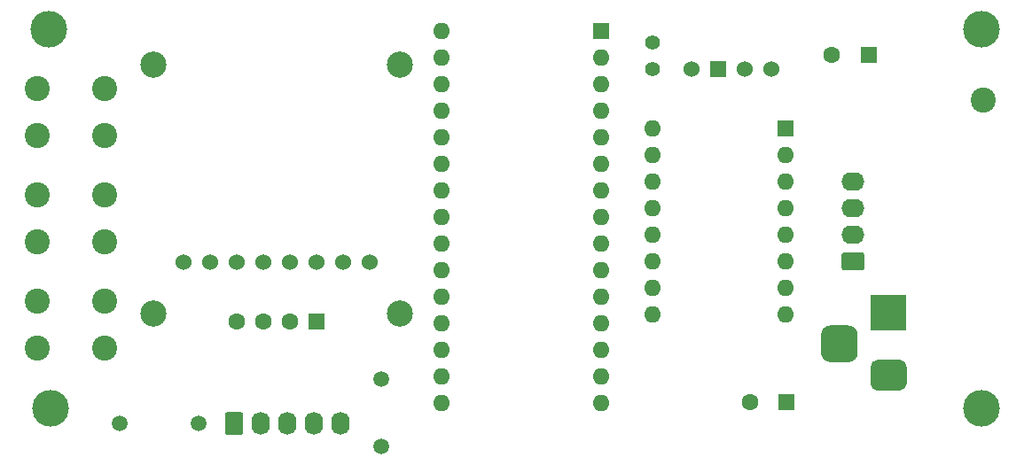
<source format=gbr>
%TF.GenerationSoftware,KiCad,Pcbnew,(5.1.10)-1*%
%TF.CreationDate,2021-10-25T17:57:51-04:00*%
%TF.ProjectId,KittyCaddy,4b697474-7943-4616-9464-792e6b696361,rev?*%
%TF.SameCoordinates,Original*%
%TF.FileFunction,Soldermask,Top*%
%TF.FilePolarity,Negative*%
%FSLAX46Y46*%
G04 Gerber Fmt 4.6, Leading zero omitted, Abs format (unit mm)*
G04 Created by KiCad (PCBNEW (5.1.10)-1) date 2021-10-25 17:57:51*
%MOMM*%
%LPD*%
G01*
G04 APERTURE LIST*
%ADD10C,2.500000*%
%ADD11C,1.600000*%
%ADD12R,1.600000X1.600000*%
%ADD13C,1.500000*%
%ADD14C,3.500000*%
%ADD15R,3.500000X3.500000*%
%ADD16O,1.600000X1.600000*%
%ADD17C,1.524000*%
%ADD18R,1.524000X1.524000*%
%ADD19O,1.740000X2.190000*%
%ADD20O,2.190000X1.740000*%
%ADD21C,2.400000*%
%ADD22C,1.416000*%
G04 APERTURE END LIST*
D10*
%TO.C,U4*%
X100518000Y-90837000D03*
X124018000Y-90837000D03*
X124018000Y-114637000D03*
X100518000Y-114638000D03*
D11*
X108458000Y-115443000D03*
D12*
X116078000Y-115443000D03*
D11*
X113538000Y-115443000D03*
X110998000Y-115443000D03*
%TD*%
D13*
%TO.C,R1*%
X122212100Y-120930200D03*
X122212100Y-127330200D03*
%TD*%
D14*
%TO.C,REF\u002A\u002A*%
X179578000Y-123698000D03*
%TD*%
%TO.C,REF\u002A\u002A*%
X179578000Y-87503000D03*
%TD*%
%TO.C,REF\u002A\u002A*%
X90500200Y-87503000D03*
%TD*%
%TO.C,REF\u002A\u002A*%
X90678000Y-123698000D03*
%TD*%
%TO.C,J1*%
G36*
G01*
X166863000Y-119304000D02*
X165113000Y-119304000D01*
G75*
G02*
X164238000Y-118429000I0J875000D01*
G01*
X164238000Y-116679000D01*
G75*
G02*
X165113000Y-115804000I875000J0D01*
G01*
X166863000Y-115804000D01*
G75*
G02*
X167738000Y-116679000I0J-875000D01*
G01*
X167738000Y-118429000D01*
G75*
G02*
X166863000Y-119304000I-875000J0D01*
G01*
G37*
G36*
G01*
X171688000Y-122054000D02*
X169688000Y-122054000D01*
G75*
G02*
X168938000Y-121304000I0J750000D01*
G01*
X168938000Y-119804000D01*
G75*
G02*
X169688000Y-119054000I750000J0D01*
G01*
X171688000Y-119054000D01*
G75*
G02*
X172438000Y-119804000I0J-750000D01*
G01*
X172438000Y-121304000D01*
G75*
G02*
X171688000Y-122054000I-750000J0D01*
G01*
G37*
D15*
X170688000Y-114554000D03*
%TD*%
D13*
%TO.C,R2*%
X97263100Y-125158500D03*
X104813100Y-125158500D03*
%TD*%
D16*
%TO.C,U2*%
X148183600Y-96951800D03*
X160883600Y-114731800D03*
X148183600Y-99491800D03*
X160883600Y-112191800D03*
X148183600Y-102031800D03*
X160883600Y-109651800D03*
X148183600Y-104571800D03*
X160883600Y-107111800D03*
X148183600Y-107111800D03*
X160883600Y-104571800D03*
X148183600Y-109651800D03*
X160883600Y-102031800D03*
X148183600Y-112191800D03*
X160883600Y-99491800D03*
X148183600Y-114731800D03*
D12*
X160883600Y-96951800D03*
%TD*%
D17*
%TO.C,U5*%
X121158000Y-109728000D03*
X116078000Y-109728000D03*
X118618000Y-109728000D03*
X113538000Y-109728000D03*
X110998000Y-109728000D03*
X108458000Y-109728000D03*
X105918000Y-109728000D03*
X103378000Y-109728000D03*
%TD*%
%TO.C,U1*%
X159517400Y-91306600D03*
X156977400Y-91306600D03*
D18*
X154437400Y-91306600D03*
D17*
X151897400Y-91306600D03*
%TD*%
D19*
%TO.C,J3*%
X118338600Y-125171200D03*
X115798600Y-125171200D03*
X113258600Y-125171200D03*
X110718600Y-125171200D03*
G36*
G01*
X107308600Y-126016201D02*
X107308600Y-124326199D01*
G75*
G02*
X107558599Y-124076200I249999J0D01*
G01*
X108798601Y-124076200D01*
G75*
G02*
X109048600Y-124326199I0J-249999D01*
G01*
X109048600Y-126016201D01*
G75*
G02*
X108798601Y-126266200I-249999J0D01*
G01*
X107558599Y-126266200D01*
G75*
G02*
X107308600Y-126016201I0J249999D01*
G01*
G37*
%TD*%
D20*
%TO.C,J2*%
X167284400Y-102057200D03*
X167284400Y-104597200D03*
X167284400Y-107137200D03*
G36*
G01*
X168129401Y-110547200D02*
X166439399Y-110547200D01*
G75*
G02*
X166189400Y-110297201I0J249999D01*
G01*
X166189400Y-109057199D01*
G75*
G02*
X166439399Y-108807200I249999J0D01*
G01*
X168129401Y-108807200D01*
G75*
G02*
X168379400Y-109057199I0J-249999D01*
G01*
X168379400Y-110297201D01*
G75*
G02*
X168129401Y-110547200I-249999J0D01*
G01*
G37*
%TD*%
D11*
%TO.C,C2*%
X165283000Y-89916000D03*
D12*
X168783000Y-89916000D03*
%TD*%
D11*
%TO.C,C1*%
X157459800Y-123164600D03*
D12*
X160959800Y-123164600D03*
%TD*%
D16*
%TO.C,U3*%
X127990600Y-123215400D03*
X143230600Y-123215400D03*
X127990600Y-87655400D03*
X143230600Y-120675400D03*
X127990600Y-90195400D03*
X143230600Y-118135400D03*
X127990600Y-92735400D03*
X143230600Y-115595400D03*
X127990600Y-95275400D03*
X143230600Y-113055400D03*
X127990600Y-97815400D03*
X143230600Y-110515400D03*
X127990600Y-100355400D03*
X143230600Y-107975400D03*
X127990600Y-102895400D03*
X143230600Y-105435400D03*
X127990600Y-105435400D03*
X143230600Y-102895400D03*
X127990600Y-107975400D03*
X143230600Y-100355400D03*
X127990600Y-110515400D03*
X143230600Y-97815400D03*
X127990600Y-113055400D03*
X143230600Y-95275400D03*
X127990600Y-115595400D03*
X143230600Y-92735400D03*
X127990600Y-118135400D03*
X143230600Y-90195400D03*
X127990600Y-120675400D03*
D12*
X143230600Y-87655400D03*
%TD*%
D21*
%TO.C,SW1*%
X89358400Y-97652400D03*
X95858400Y-97652400D03*
X89358400Y-93152400D03*
X95858400Y-93152400D03*
%TD*%
%TO.C,SW2*%
X89358400Y-107812400D03*
X95858400Y-107812400D03*
X89358400Y-103312400D03*
X95858400Y-103312400D03*
%TD*%
%TO.C,SW3*%
X89358400Y-117972400D03*
X95858400Y-117972400D03*
X89358400Y-113472400D03*
X95858400Y-113472400D03*
%TD*%
D22*
%TO.C,C3*%
X148107400Y-91287600D03*
X148107400Y-88747600D03*
%TD*%
D21*
%TO.C,J4*%
X179705000Y-94297500D03*
%TD*%
M02*

</source>
